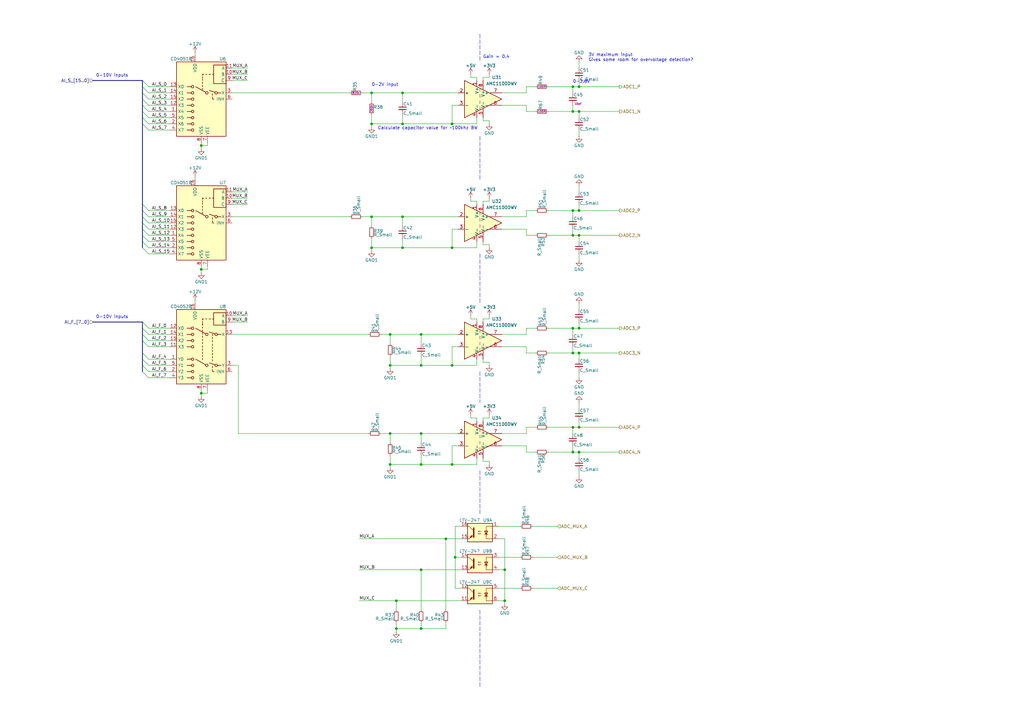
<source format=kicad_sch>
(kicad_sch (version 20211123) (generator eeschema)
  (paper "A3")
  (lib_symbols
    (symbol "Amplifier_Difference:AMC1100DWV" (pin_names (offset 0.127))
      (property "Reference" "U" (at 7.62 8.89 0))
      (property "Value" "AMC1100DWV" (at 1.27 6.35 0))
      (symbol "AMC1100DWV_1_1"
        (pin power_in line (at -2.54 7.62 270) (length 2.54) (name "V+") (number "1"))
        (pin input line (at -10.16 2.54 0) (length 2.54) (name "+") (number "2"))
        (pin input line (at -10.16 -2.54 0) (length 2.54) (name "-") (number "3"))
        (pin power_in line (at -2.54 -7.62 90) (length 2.54) (name "V-") (number "4"))
        (pin power_in line (at 0 -7.62 90) (length 3.81) (name "V-") (number "5"))
        (pin output line (at 7.62 -2.54 180) (length 5.08) (name "-") (number "6"))
        (pin output line (at 7.62 2.54 180) (length 5.08) (name "+") (number "7"))
        (pin power_in line (at 0 7.62 270) (length 3.81) (name "V+") (number "8"))
      )
    )
    (symbol "Analog_Switch:CD4051B"
      (property "Reference" "U" (at -10.16 16.51 0))
      (property "Value" "CD4051B" (at 3.81 16.51 0))
      (symbol "CD4051B_1_1"
        (pin bidirectional line (at 12.7 -5.08 180) (length 2.54) (name "X4") (number "1"))
        (pin input line (at -12.7 10.16 0) (length 2.54) (name "B") (number "10"))
        (pin input line (at -12.7 12.7 0) (length 2.54) (name "A") (number "11"))
        (pin bidirectional line (at 12.7 -2.54 180) (length 2.54) (name "X3") (number "12"))
        (pin bidirectional line (at 12.7 5.08 180) (length 2.54) (name "X0") (number "13"))
        (pin bidirectional line (at 12.7 2.54 180) (length 2.54) (name "X1") (number "14"))
        (pin bidirectional line (at 12.7 0 180) (length 2.54) (name "X2") (number "15"))
        (pin power_in line (at 2.54 17.78 270) (length 2.54) (name "VDD") (number "16"))
        (pin bidirectional line (at 12.7 -10.16 180) (length 2.54) (name "X6") (number "2"))
        (pin bidirectional line (at -12.7 2.54 0) (length 2.54) (name "X") (number "3"))
        (pin bidirectional line (at 12.7 -12.7 180) (length 2.54) (name "X7") (number "4"))
        (pin bidirectional line (at 12.7 -7.62 180) (length 2.54) (name "X5") (number "5"))
        (pin input line (at -12.7 0 0) (length 2.54) (name "INH") (number "6"))
        (pin power_in line (at -2.54 -17.78 90) (length 2.54) (name "VEE") (number "7"))
        (pin power_in line (at 0 -17.78 90) (length 2.54) (name "VSS") (number "8"))
        (pin input line (at -12.7 7.62 0) (length 2.54) (name "C") (number "9"))
      )
    )
    (symbol "Analog_Switch:CD4052B"
      (property "Reference" "U" (at -10.16 16.51 0))
      (property "Value" "CD4052B" (at 3.81 16.51 0))
      (symbol "CD4052B_1_1"
        (pin bidirectional line (at 12.7 -5.08 180) (length 2.54) (name "Y0") (number "1"))
        (pin input line (at -12.7 12.7 0) (length 2.54) (name "A") (number "10"))
        (pin bidirectional line (at 12.7 0 180) (length 2.54) (name "X3") (number "11"))
        (pin bidirectional line (at 12.7 7.62 180) (length 2.54) (name "X0") (number "12"))
        (pin bidirectional line (at -12.7 5.08 0) (length 2.54) (name "X") (number "13"))
        (pin bidirectional line (at 12.7 5.08 180) (length 2.54) (name "X1") (number "14"))
        (pin bidirectional line (at 12.7 2.54 180) (length 2.54) (name "X2") (number "15"))
        (pin power_in line (at 2.54 17.78 270) (length 2.54) (name "VDD") (number "16"))
        (pin bidirectional line (at 12.7 -10.16 180) (length 2.54) (name "Y2") (number "2"))
        (pin bidirectional line (at -12.7 -7.62 0) (length 2.54) (name "Y") (number "3"))
        (pin bidirectional line (at 12.7 -12.7 180) (length 2.54) (name "Y3") (number "4"))
        (pin bidirectional line (at 12.7 -7.62 180) (length 2.54) (name "Y1") (number "5"))
        (pin input line (at -12.7 -10.16 0) (length 2.54) (name "INH") (number "6"))
        (pin power_in line (at -2.54 -17.78 90) (length 2.54) (name "VEE") (number "7"))
        (pin power_in line (at 0 -17.78 90) (length 2.54) (name "VSS") (number "8"))
        (pin input line (at -12.7 10.16 0) (length 2.54) (name "B") (number "9"))
      )
    )
    (symbol "Device:C_Small" (pin_numbers hide) (pin_names (offset 0.254) hide)
      (property "Reference" "C" (at 0.254 1.778 0))
      (property "Value" "C_Small" (at 0.254 -2.032 0))
      (symbol "C_Small_1_1"
        (pin passive line (at 0 2.54 270) (length 2.032) (name "~") (number "1"))
        (pin passive line (at 0 -2.54 90) (length 2.032) (name "~") (number "2"))
      )
    )
    (symbol "Device:R_Small" (pin_numbers hide) (pin_names (offset 0.254) hide)
      (property "Reference" "R" (at 0.762 0.508 0))
      (property "Value" "R_Small" (at 0.762 -1.016 0))
      (symbol "R_Small_1_1"
        (pin passive line (at 0 2.54 270) (length 0.762) (name "~") (number "1"))
        (pin passive line (at 0 -2.54 90) (length 0.762) (name "~") (number "2"))
      )
    )
    (symbol "Isolator:LTV-247"
      (property "Reference" "U" (at -5.08 5.08 0))
      (property "Value" "LTV-247" (at 0 5.08 0))
      (symbol "LTV-247_1_1"
        (pin passive line (at -7.62 2.54 0) (length 2.54) (name "~") (number "1"))
        (pin passive line (at 7.62 -2.54 180) (length 2.54) (name "~") (number "15"))
        (pin passive line (at 7.62 2.54 180) (length 2.54) (name "~") (number "16"))
        (pin passive line (at -7.62 -2.54 0) (length 2.54) (name "~") (number "2"))
      )
      (symbol "LTV-247_2_1"
        (pin passive line (at 7.62 -2.54 180) (length 2.54) (name "~") (number "13"))
        (pin passive line (at 7.62 2.54 180) (length 2.54) (name "~") (number "14"))
        (pin passive line (at -7.62 2.54 0) (length 2.54) (name "~") (number "3"))
        (pin passive line (at -7.62 -2.54 0) (length 2.54) (name "~") (number "4"))
      )
      (symbol "LTV-247_3_1"
        (pin passive line (at 7.62 -2.54 180) (length 2.54) (name "~") (number "11"))
        (pin passive line (at 7.62 2.54 180) (length 2.54) (name "~") (number "12"))
        (pin passive line (at -7.62 2.54 0) (length 2.54) (name "~") (number "5"))
        (pin passive line (at -7.62 -2.54 0) (length 2.54) (name "~") (number "6"))
      )
      (symbol "LTV-247_4_1"
        (pin passive line (at 7.62 2.54 180) (length 2.54) (name "~") (number "10"))
        (pin passive line (at -7.62 2.54 0) (length 2.54) (name "~") (number "7"))
        (pin passive line (at -7.62 -2.54 0) (length 2.54) (name "~") (number "8"))
        (pin passive line (at 7.62 -2.54 180) (length 2.54) (name "~") (number "9"))
      )
    )
    (symbol "power:+12V" (power) (pin_names (offset 0))
      (property "Value" "+12V" (at 0 3.556 0))
      (symbol "+12V_1_1"
        (pin power_in line (at 0 0 90) (length 0) hide (name "+12V") (number "1"))
      )
    )
    (symbol "power:+3V3" (power) (pin_names (offset 0))
      (property "Value" "+3V3" (at 0 3.556 0))
      (symbol "+3V3_1_1"
        (pin power_in line (at 0 0 90) (length 0) hide (name "+3V3") (number "1"))
      )
    )
    (symbol "power:+5V" (power) (pin_names (offset 0))
      (property "Value" "+5V" (at 0 3.556 0))
      (symbol "+5V_1_1"
        (pin power_in line (at 0 0 90) (length 0) hide (name "+5V") (number "1"))
      )
    )
    (symbol "power:GND" (power) (pin_names (offset 0))
      (property "Value" "GND" (at 0 -3.81 0))
      (symbol "GND_1_1"
        (pin power_in line (at 0 0 270) (length 0) hide (name "GND") (number "1"))
      )
    )
    (symbol "power:GND1" (power) (pin_names (offset 0))
      (property "Value" "GND1" (at 0 -3.81 0))
      (symbol "GND1_1_1"
        (pin power_in line (at 0 0 270) (length 0) hide (name "GND1") (number "1"))
      )
    )
  )
  (junction (at 185.42 149.86))
  (junction (at 165.1 50.8))
  (junction (at 82.55 161.29))
  (junction (at 165.1 88.9))
  (junction (at 234.95 96.52))
  (junction (at 182.88 220.98))
  (junction (at 185.42 190.5))
  (junction (at 237.49 86.36))
  (junction (at 185.42 50.8))
  (junction (at 172.72 149.86))
  (junction (at 162.56 246.38))
  (junction (at 160.02 149.86))
  (junction (at 237.49 134.62))
  (junction (at 172.72 257.81))
  (junction (at 152.4 38.1))
  (junction (at 152.4 88.9))
  (junction (at 160.02 190.5))
  (junction (at 234.95 45.72))
  (junction (at 237.49 96.52))
  (junction (at 160.02 137.16))
  (junction (at 165.1 101.6))
  (junction (at 172.72 190.5))
  (junction (at 234.95 35.56))
  (junction (at 237.49 144.78))
  (junction (at 185.42 101.6))
  (junction (at 165.1 38.1))
  (junction (at 237.49 35.56))
  (junction (at 160.02 177.8))
  (junction (at 82.55 59.69))
  (junction (at 237.49 175.26))
  (junction (at 234.95 134.62))
  (junction (at 234.95 86.36))
  (junction (at 237.49 45.72))
  (junction (at 234.95 185.42))
  (junction (at 172.72 177.8))
  (junction (at 186.69 228.6))
  (junction (at 162.56 257.81))
  (junction (at 82.55 110.49))
  (junction (at 207.01 233.68))
  (junction (at 234.95 144.78))
  (junction (at 172.72 137.16))
  (junction (at 207.01 246.38))
  (junction (at 152.4 50.8))
  (junction (at 234.95 175.26))
  (junction (at 237.49 185.42))
  (junction (at 172.72 233.68))
  (junction (at 152.4 101.6))
  (bus_entry (at 58.42 132.08) (size 2.54 2.54))
  (bus_entry (at 58.42 137.16) (size 2.54 2.54))
  (bus_entry (at 58.42 38.1) (size 2.54 2.54))
  (bus_entry (at 58.42 48.26) (size 2.54 2.54))
  (bus_entry (at 58.42 35.56) (size 2.54 2.54))
  (bus_entry (at 58.42 93.98) (size 2.54 2.54))
  (bus_entry (at 58.42 149.86) (size 2.54 2.54))
  (bus_entry (at 58.42 101.6) (size 2.54 2.54))
  (bus_entry (at 58.42 96.52) (size 2.54 2.54))
  (bus_entry (at 58.42 50.8) (size 2.54 2.54))
  (bus_entry (at 58.42 40.64) (size 2.54 2.54))
  (bus_entry (at 58.42 134.62) (size 2.54 2.54))
  (bus_entry (at 58.42 91.44) (size 2.54 2.54))
  (bus_entry (at 58.42 88.9) (size 2.54 2.54))
  (bus_entry (at 58.42 99.06) (size 2.54 2.54))
  (bus_entry (at 58.42 144.78) (size 2.54 2.54))
  (bus_entry (at 58.42 43.18) (size 2.54 2.54))
  (bus_entry (at 58.42 147.32) (size 2.54 2.54))
  (bus_entry (at 58.42 33.02) (size 2.54 2.54))
  (bus_entry (at 58.42 45.72) (size 2.54 2.54))
  (bus_entry (at 58.42 139.7) (size 2.54 2.54))
  (bus_entry (at 58.42 86.36) (size 2.54 2.54))
  (bus_entry (at 58.42 83.82) (size 2.54 2.54))
  (bus_entry (at 58.42 152.4) (size 2.54 2.54))
  (wire (pts (xy 148.59 38.1) (xy 152.4 38.1)))
  (wire (pts (xy 215.9 93.98) (xy 215.9 96.52)))
  (wire (pts (xy 156.21 177.8) (xy 160.02 177.8)))
  (wire (pts (xy 237.49 45.72) (xy 254 45.72)))
  (wire (pts (xy 172.72 146.05) (xy 172.72 149.86)))
  (wire (pts (xy 237.49 86.36) (xy 254 86.36)))
  (wire (pts (xy 82.55 58.42) (xy 82.55 59.69)))
  (wire (pts (xy 172.72 186.69) (xy 172.72 190.5)))
  (wire (pts (xy 95.25 149.86) (xy 97.79 149.86)))
  (wire (pts (xy 237.49 45.72) (xy 237.49 48.26)))
  (wire (pts (xy 234.95 35.56) (xy 234.95 38.1)))
  (wire (pts (xy 200.66 148.59) (xy 200.66 149.86)))
  (wire (pts (xy 160.02 137.16) (xy 172.72 137.16)))
  (bus (pts (xy 58.42 86.36) (xy 58.42 88.9)))
  (wire (pts (xy 85.09 110.49) (xy 82.55 110.49)))
  (wire (pts (xy 234.95 144.78) (xy 237.49 144.78)))
  (wire (pts (xy 228.6 215.9) (xy 218.44 215.9)))
  (bus (pts (xy 58.42 40.64) (xy 58.42 43.18)))
  (wire (pts (xy 160.02 177.8) (xy 172.72 177.8)))
  (wire (pts (xy 95.25 78.74) (xy 101.6 78.74)))
  (wire (pts (xy 207.01 233.68) (xy 207.01 246.38)))
  (wire (pts (xy 198.12 99.06) (xy 198.12 100.33)))
  (wire (pts (xy 200.66 170.18) (xy 200.66 171.45)))
  (wire (pts (xy 162.56 246.38) (xy 162.56 250.19)))
  (wire (pts (xy 205.74 38.1) (xy 215.9 38.1)))
  (wire (pts (xy 172.72 255.27) (xy 172.72 257.81)))
  (wire (pts (xy 82.55 161.29) (xy 82.55 162.56)))
  (wire (pts (xy 198.12 189.23) (xy 200.66 189.23)))
  (wire (pts (xy 80.01 72.39) (xy 80.01 73.66)))
  (wire (pts (xy 198.12 172.72) (xy 198.12 171.45)))
  (bus (pts (xy 58.42 139.7) (xy 58.42 144.78)))
  (wire (pts (xy 60.96 99.06) (xy 69.85 99.06)))
  (wire (pts (xy 160.02 137.16) (xy 160.02 140.97)))
  (wire (pts (xy 237.49 144.78) (xy 237.49 147.32)))
  (bus (pts (xy 58.42 149.86) (xy 58.42 152.4)))
  (wire (pts (xy 213.36 215.9) (xy 204.47 215.9)))
  (wire (pts (xy 215.9 86.36) (xy 219.71 86.36)))
  (wire (pts (xy 228.6 241.3) (xy 218.44 241.3)))
  (wire (pts (xy 165.1 101.6) (xy 185.42 101.6)))
  (wire (pts (xy 95.25 27.94) (xy 101.6 27.94)))
  (wire (pts (xy 60.96 38.1) (xy 69.85 38.1)))
  (wire (pts (xy 193.04 170.18) (xy 193.04 171.45)))
  (wire (pts (xy 215.9 177.8) (xy 215.9 175.26)))
  (wire (pts (xy 237.49 165.1) (xy 237.49 167.64)))
  (wire (pts (xy 207.01 233.68) (xy 204.47 233.68)))
  (wire (pts (xy 60.96 152.4) (xy 69.85 152.4)))
  (wire (pts (xy 205.74 93.98) (xy 215.9 93.98)))
  (wire (pts (xy 215.9 38.1) (xy 215.9 35.56)))
  (bus (pts (xy 58.42 38.1) (xy 58.42 40.64)))
  (wire (pts (xy 198.12 83.82) (xy 198.12 82.55)))
  (wire (pts (xy 160.02 190.5) (xy 160.02 191.77)))
  (wire (pts (xy 198.12 147.32) (xy 198.12 148.59)))
  (wire (pts (xy 234.95 86.36) (xy 234.95 88.9)))
  (wire (pts (xy 234.95 185.42) (xy 234.95 182.88)))
  (wire (pts (xy 237.49 35.56) (xy 254 35.56)))
  (wire (pts (xy 198.12 100.33) (xy 200.66 100.33)))
  (wire (pts (xy 195.58 171.45) (xy 195.58 172.72)))
  (wire (pts (xy 205.74 177.8) (xy 215.9 177.8)))
  (wire (pts (xy 234.95 96.52) (xy 237.49 96.52)))
  (wire (pts (xy 172.72 137.16) (xy 187.96 137.16)))
  (wire (pts (xy 185.42 93.98) (xy 185.42 101.6)))
  (wire (pts (xy 215.9 175.26) (xy 219.71 175.26)))
  (wire (pts (xy 234.95 175.26) (xy 234.95 177.8)))
  (wire (pts (xy 195.58 101.6) (xy 185.42 101.6)))
  (wire (pts (xy 152.4 88.9) (xy 152.4 92.71)))
  (wire (pts (xy 187.96 142.24) (xy 185.42 142.24)))
  (wire (pts (xy 172.72 137.16) (xy 172.72 140.97)))
  (wire (pts (xy 160.02 149.86) (xy 172.72 149.86)))
  (wire (pts (xy 186.69 228.6) (xy 186.69 241.3)))
  (wire (pts (xy 205.74 43.18) (xy 215.9 43.18)))
  (bus (pts (xy 58.42 99.06) (xy 58.42 101.6)))
  (wire (pts (xy 95.25 137.16) (xy 151.13 137.16)))
  (wire (pts (xy 85.09 58.42) (xy 85.09 59.69)))
  (wire (pts (xy 198.12 187.96) (xy 198.12 189.23)))
  (wire (pts (xy 228.6 228.6) (xy 218.44 228.6)))
  (polyline (pts (xy 196.85 13.97) (xy 196.85 25.4)))
  (wire (pts (xy 152.4 97.79) (xy 152.4 101.6)))
  (wire (pts (xy 95.25 33.02) (xy 101.6 33.02)))
  (bus (pts (xy 58.42 45.72) (xy 58.42 48.26)))
  (wire (pts (xy 172.72 177.8) (xy 187.96 177.8)))
  (wire (pts (xy 60.96 50.8) (xy 69.85 50.8)))
  (wire (pts (xy 224.79 45.72) (xy 234.95 45.72)))
  (wire (pts (xy 97.79 149.86) (xy 97.79 177.8)))
  (wire (pts (xy 205.74 142.24) (xy 215.9 142.24)))
  (wire (pts (xy 152.4 38.1) (xy 165.1 38.1)))
  (wire (pts (xy 195.58 31.75) (xy 195.58 33.02)))
  (wire (pts (xy 185.42 142.24) (xy 185.42 149.86)))
  (wire (pts (xy 215.9 45.72) (xy 219.71 45.72)))
  (wire (pts (xy 60.96 154.94) (xy 69.85 154.94)))
  (wire (pts (xy 200.66 189.23) (xy 200.66 190.5)))
  (wire (pts (xy 193.04 129.54) (xy 193.04 130.81)))
  (wire (pts (xy 60.96 53.34) (xy 69.85 53.34)))
  (wire (pts (xy 200.66 81.28) (xy 200.66 82.55)))
  (bus (pts (xy 58.42 137.16) (xy 58.42 139.7)))
  (bus (pts (xy 58.42 147.32) (xy 58.42 149.86)))
  (polyline (pts (xy 196.85 55.88) (xy 196.85 73.66)))
  (wire (pts (xy 237.49 96.52) (xy 237.49 99.06)))
  (wire (pts (xy 60.96 35.56) (xy 69.85 35.56)))
  (wire (pts (xy 234.95 185.42) (xy 237.49 185.42)))
  (wire (pts (xy 97.79 177.8) (xy 151.13 177.8)))
  (wire (pts (xy 85.09 160.02) (xy 85.09 161.29)))
  (wire (pts (xy 182.88 257.81) (xy 172.72 257.81)))
  (wire (pts (xy 182.88 220.98) (xy 182.88 250.19)))
  (wire (pts (xy 148.59 88.9) (xy 152.4 88.9)))
  (wire (pts (xy 60.96 86.36) (xy 69.85 86.36)))
  (wire (pts (xy 82.55 59.69) (xy 82.55 60.96)))
  (wire (pts (xy 165.1 97.79) (xy 165.1 101.6)))
  (wire (pts (xy 237.49 144.78) (xy 254 144.78)))
  (wire (pts (xy 60.96 104.14) (xy 69.85 104.14)))
  (wire (pts (xy 165.1 88.9) (xy 165.1 92.71)))
  (wire (pts (xy 172.72 233.68) (xy 147.32 233.68)))
  (wire (pts (xy 152.4 88.9) (xy 165.1 88.9)))
  (wire (pts (xy 200.66 100.33) (xy 200.66 101.6)))
  (bus (pts (xy 58.42 48.26) (xy 58.42 50.8)))
  (wire (pts (xy 186.69 228.6) (xy 186.69 215.9)))
  (wire (pts (xy 187.96 182.88) (xy 185.42 182.88)))
  (wire (pts (xy 187.96 93.98) (xy 185.42 93.98)))
  (wire (pts (xy 165.1 38.1) (xy 165.1 41.91)))
  (wire (pts (xy 207.01 246.38) (xy 204.47 246.38)))
  (polyline (pts (xy 196.85 250.19) (xy 196.85 281.94)))
  (wire (pts (xy 205.74 137.16) (xy 215.9 137.16)))
  (wire (pts (xy 182.88 255.27) (xy 182.88 257.81)))
  (wire (pts (xy 198.12 33.02) (xy 198.12 31.75)))
  (wire (pts (xy 195.58 48.26) (xy 195.58 50.8)))
  (wire (pts (xy 237.49 152.4) (xy 237.49 154.94)))
  (wire (pts (xy 215.9 144.78) (xy 219.71 144.78)))
  (wire (pts (xy 60.96 48.26) (xy 69.85 48.26)))
  (wire (pts (xy 189.23 246.38) (xy 162.56 246.38)))
  (wire (pts (xy 195.58 147.32) (xy 195.58 149.86)))
  (wire (pts (xy 60.96 137.16) (xy 69.85 137.16)))
  (wire (pts (xy 172.72 190.5) (xy 185.42 190.5)))
  (wire (pts (xy 95.25 38.1) (xy 143.51 38.1)))
  (wire (pts (xy 213.36 228.6) (xy 204.47 228.6)))
  (wire (pts (xy 60.96 93.98) (xy 69.85 93.98)))
  (wire (pts (xy 195.58 82.55) (xy 195.58 83.82)))
  (wire (pts (xy 198.12 132.08) (xy 198.12 130.81)))
  (wire (pts (xy 189.23 233.68) (xy 172.72 233.68)))
  (wire (pts (xy 204.47 220.98) (xy 207.01 220.98)))
  (wire (pts (xy 205.74 182.88) (xy 215.9 182.88)))
  (wire (pts (xy 189.23 215.9) (xy 186.69 215.9)))
  (wire (pts (xy 195.58 149.86) (xy 185.42 149.86)))
  (wire (pts (xy 205.74 88.9) (xy 215.9 88.9)))
  (wire (pts (xy 189.23 241.3) (xy 186.69 241.3)))
  (wire (pts (xy 60.96 43.18) (xy 69.85 43.18)))
  (wire (pts (xy 60.96 149.86) (xy 69.85 149.86)))
  (wire (pts (xy 152.4 38.1) (xy 152.4 41.91)))
  (wire (pts (xy 237.49 76.2) (xy 237.49 78.74)))
  (wire (pts (xy 200.66 49.53) (xy 200.66 50.8)))
  (wire (pts (xy 193.04 81.28) (xy 193.04 82.55)))
  (wire (pts (xy 85.09 59.69) (xy 82.55 59.69)))
  (wire (pts (xy 215.9 43.18) (xy 215.9 45.72)))
  (bus (pts (xy 58.42 33.02) (xy 58.42 35.56)))
  (wire (pts (xy 172.72 149.86) (xy 185.42 149.86)))
  (wire (pts (xy 224.79 185.42) (xy 234.95 185.42)))
  (wire (pts (xy 224.79 35.56) (xy 234.95 35.56)))
  (wire (pts (xy 165.1 38.1) (xy 187.96 38.1)))
  (wire (pts (xy 95.25 81.28) (xy 101.6 81.28)))
  (wire (pts (xy 224.79 96.52) (xy 234.95 96.52)))
  (wire (pts (xy 85.09 161.29) (xy 82.55 161.29)))
  (wire (pts (xy 160.02 146.05) (xy 160.02 149.86)))
  (wire (pts (xy 200.66 129.54) (xy 200.66 130.81)))
  (wire (pts (xy 237.49 134.62) (xy 254 134.62)))
  (wire (pts (xy 82.55 110.49) (xy 82.55 111.76)))
  (wire (pts (xy 60.96 139.7) (xy 69.85 139.7)))
  (wire (pts (xy 234.95 134.62) (xy 237.49 134.62)))
  (wire (pts (xy 60.96 147.32) (xy 69.85 147.32)))
  (bus (pts (xy 58.42 134.62) (xy 58.42 137.16)))
  (wire (pts (xy 207.01 246.38) (xy 207.01 247.65)))
  (wire (pts (xy 162.56 255.27) (xy 162.56 257.81)))
  (bus (pts (xy 58.42 96.52) (xy 58.42 99.06)))
  (wire (pts (xy 237.49 53.34) (xy 237.49 55.88)))
  (wire (pts (xy 237.49 104.14) (xy 237.49 106.68)))
  (wire (pts (xy 224.79 86.36) (xy 234.95 86.36)))
  (wire (pts (xy 60.96 134.62) (xy 69.85 134.62)))
  (polyline (pts (xy 196.85 152.4) (xy 196.85 165.1)))
  (wire (pts (xy 165.1 88.9) (xy 187.96 88.9)))
  (wire (pts (xy 224.79 175.26) (xy 234.95 175.26)))
  (bus (pts (xy 58.42 144.78) (xy 58.42 147.32)))
  (wire (pts (xy 198.12 49.53) (xy 200.66 49.53)))
  (wire (pts (xy 198.12 130.81) (xy 200.66 130.81)))
  (wire (pts (xy 160.02 190.5) (xy 172.72 190.5)))
  (wire (pts (xy 215.9 142.24) (xy 215.9 144.78)))
  (wire (pts (xy 193.04 171.45) (xy 195.58 171.45)))
  (wire (pts (xy 165.1 46.99) (xy 165.1 50.8)))
  (wire (pts (xy 234.95 45.72) (xy 237.49 45.72)))
  (wire (pts (xy 234.95 45.72) (xy 234.95 43.18)))
  (wire (pts (xy 172.72 257.81) (xy 162.56 257.81)))
  (wire (pts (xy 237.49 185.42) (xy 254 185.42)))
  (wire (pts (xy 182.88 220.98) (xy 147.32 220.98)))
  (wire (pts (xy 234.95 35.56) (xy 237.49 35.56)))
  (bus (pts (xy 58.42 93.98) (xy 58.42 96.52)))
  (wire (pts (xy 95.25 132.08) (xy 101.6 132.08)))
  (wire (pts (xy 60.96 88.9) (xy 69.85 88.9)))
  (polyline (pts (xy 196.85 193.04) (xy 196.85 210.82)))
  (wire (pts (xy 237.49 83.82) (xy 237.49 86.36)))
  (wire (pts (xy 60.96 142.24) (xy 69.85 142.24)))
  (wire (pts (xy 60.96 91.44) (xy 69.85 91.44)))
  (wire (pts (xy 162.56 257.81) (xy 162.56 259.08)))
  (wire (pts (xy 200.66 30.48) (xy 200.66 31.75)))
  (wire (pts (xy 215.9 134.62) (xy 219.71 134.62)))
  (wire (pts (xy 95.25 129.54) (xy 101.6 129.54)))
  (wire (pts (xy 198.12 171.45) (xy 200.66 171.45)))
  (bus (pts (xy 38.1 33.02) (xy 58.42 33.02)))
  (wire (pts (xy 195.58 99.06) (xy 195.58 101.6)))
  (wire (pts (xy 224.79 144.78) (xy 234.95 144.78)))
  (wire (pts (xy 234.95 175.26) (xy 237.49 175.26)))
  (wire (pts (xy 215.9 35.56) (xy 219.71 35.56)))
  (wire (pts (xy 160.02 177.8) (xy 160.02 181.61)))
  (bus (pts (xy 58.42 132.08) (xy 58.42 134.62)))
  (wire (pts (xy 60.96 101.6) (xy 69.85 101.6)))
  (wire (pts (xy 215.9 182.88) (xy 215.9 185.42)))
  (wire (pts (xy 152.4 101.6) (xy 165.1 101.6)))
  (bus (pts (xy 58.42 35.56) (xy 58.42 38.1)))
  (wire (pts (xy 195.58 130.81) (xy 195.58 132.08)))
  (wire (pts (xy 234.95 144.78) (xy 234.95 142.24)))
  (bus (pts (xy 58.42 43.18) (xy 58.42 45.72)))
  (wire (pts (xy 198.12 48.26) (xy 198.12 49.53)))
  (wire (pts (xy 193.04 30.48) (xy 193.04 31.75)))
  (wire (pts (xy 193.04 130.81) (xy 195.58 130.81)))
  (wire (pts (xy 160.02 186.69) (xy 160.02 190.5)))
  (wire (pts (xy 193.04 31.75) (xy 195.58 31.75)))
  (wire (pts (xy 237.49 185.42) (xy 237.49 187.96)))
  (wire (pts (xy 85.09 109.22) (xy 85.09 110.49)))
  (wire (pts (xy 237.49 124.46) (xy 237.49 127)))
  (wire (pts (xy 215.9 88.9) (xy 215.9 86.36)))
  (wire (pts (xy 82.55 160.02) (xy 82.55 161.29)))
  (wire (pts (xy 237.49 175.26) (xy 254 175.26)))
  (wire (pts (xy 152.4 101.6) (xy 152.4 102.87)))
  (wire (pts (xy 152.4 50.8) (xy 152.4 52.07)))
  (wire (pts (xy 185.42 43.18) (xy 185.42 50.8)))
  (wire (pts (xy 237.49 172.72) (xy 237.49 175.26)))
  (wire (pts (xy 198.12 31.75) (xy 200.66 31.75)))
  (wire (pts (xy 187.96 43.18) (xy 185.42 43.18)))
  (wire (pts (xy 198.12 148.59) (xy 200.66 148.59)))
  (wire (pts (xy 189.23 220.98) (xy 182.88 220.98)))
  (wire (pts (xy 234.95 86.36) (xy 237.49 86.36)))
  (wire (pts (xy 60.96 96.52) (xy 69.85 96.52)))
  (wire (pts (xy 172.72 233.68) (xy 172.72 250.19)))
  (wire (pts (xy 160.02 149.86) (xy 160.02 151.13)))
  (wire (pts (xy 82.55 109.22) (xy 82.55 110.49)))
  (wire (pts (xy 95.25 83.82) (xy 101.6 83.82)))
  (wire (pts (xy 237.49 193.04) (xy 237.49 195.58)))
  (bus (pts (xy 38.1 132.08) (xy 58.42 132.08)))
  (wire (pts (xy 185.42 182.88) (xy 185.42 190.5)))
  (wire (pts (xy 95.25 30.48) (xy 101.6 30.48)))
  (wire (pts (xy 224.79 134.62) (xy 234.95 134.62)))
  (wire (pts (xy 234.95 96.52) (xy 234.95 93.98)))
  (bus (pts (xy 58.42 88.9) (xy 58.42 91.44)))
  (wire (pts (xy 213.36 241.3) (xy 204.47 241.3)))
  (wire (pts (xy 195.58 50.8) (xy 185.42 50.8)))
  (wire (pts (xy 189.23 228.6) (xy 186.69 228.6)))
  (wire (pts (xy 165.1 50.8) (xy 185.42 50.8)))
  (wire (pts (xy 195.58 187.96) (xy 195.58 190.5)))
  (wire (pts (xy 215.9 185.42) (xy 219.71 185.42)))
  (bus (pts (xy 58.42 83.82) (xy 58.42 86.36)))
  (wire (pts (xy 237.49 25.4) (xy 237.49 27.94)))
  (wire (pts (xy 198.12 82.55) (xy 200.66 82.55)))
  (wire (pts (xy 60.96 45.72) (xy 69.85 45.72)))
  (wire (pts (xy 237.49 96.52) (xy 254 96.52)))
  (wire (pts (xy 237.49 132.08) (xy 237.49 134.62)))
  (wire (pts (xy 207.01 220.98) (xy 207.01 233.68)))
  (wire (pts (xy 80.01 21.59) (xy 80.01 22.86)))
  (wire (pts (xy 95.25 88.9) (xy 143.51 88.9)))
  (wire (pts (xy 162.56 246.38) (xy 147.32 246.38)))
  (wire (pts (xy 80.01 123.19) (xy 80.01 124.46)))
  (wire (pts (xy 234.95 134.62) (xy 234.95 137.16)))
  (bus (pts (xy 58.42 50.8) (xy 58.42 83.82)))
  (polyline (pts (xy 196.85 104.14) (xy 196.85 124.46)))
  (wire (pts (xy 215.9 137.16) (xy 215.9 134.62)))
  (wire (pts (xy 60.96 40.64) (xy 69.85 40.64)))
  (wire (pts (xy 152.4 46.99) (xy 152.4 50.8)))
  (wire (pts (xy 195.58 190.5) (xy 185.42 190.5)))
  (wire (pts (xy 156.21 137.16) (xy 160.02 137.16)))
  (wire (pts (xy 215.9 96.52) (xy 219.71 96.52)))
  (wire (pts (xy 172.72 177.8) (xy 172.72 181.61)))
  (bus (pts (xy 58.42 91.44) (xy 58.42 93.98)))
  (wire (pts (xy 237.49 33.02) (xy 237.49 35.56)))
  (wire (pts (xy 152.4 50.8) (xy 165.1 50.8)))
  (wire (pts (xy 193.04 82.55) (xy 195.58 82.55)))
  (text "0-10V inputs" (at 39.37 130.81 0) (effects (font (size 1.27 1.27)) (justify left bottom)))
  (text "0-10V inputs" (at 39.37 31.75 0) (effects (font (size 1.27 1.27)) (justify left bottom)))
  (text "Calculate capacitor value for ~100khz BW" (at 154.94 53.34 0) (effects (font (size 1.27 1.27)) (justify left bottom)))
  (text "0-2V input" (at 152.4 35.56 0) (effects (font (size 1.27 1.27)) (justify left bottom)))
  (text "Gain = 0.4" (at 198.12 24.13 0) (effects (font (size 1.27 1.27)) (justify left bottom)))
  (text "3V maximum input\nGives some room for overvoltage detection?" (at 241.3 25.4 0) (effects (font (size 1.27 1.27)) (justify left bottom)))
  (text "0-2.8V" (at 234.95 34.29 0) (effects (font (size 1.27 1.27)) (justify left bottom)))
  (label "AI_S_7" (at 62.23 53.34 0))
  (label "AI_S_11" (at 62.23 93.98 0))
  (label "AI_F_4" (at 62.23 147.32 0))
  (label "AI_S_9" (at 62.23 88.9 0))
  (label "MUX_C" (at 147.32 246.38 0))
  (label "AI_S_4" (at 62.23 45.72 0))
  (label "MUX_B" (at 101.6 30.48 180))
  (label "AI_F_5" (at 62.23 149.86 0))
  (label "MUX_C" (at 101.6 83.82 180))
  (label "MUX_B" (at 147.32 233.68 0))
  (label "MUX_B" (at 101.6 132.08 180))
  (label "AI_F_6" (at 62.23 152.4 0))
  (label "MUX_A" (at 101.6 129.54 180))
  (label "MUX_B" (at 101.6 81.28 180))
  (label "MUX_C" (at 101.6 33.02 180))
  (label "AI_S_10" (at 62.23 91.44 0))
  (label "MUX_A" (at 147.32 220.98 0))
  (label "AI_S_1" (at 62.23 38.1 0))
  (label "AI_S_13" (at 62.23 99.06 0))
  (label "AI_F_3" (at 62.23 142.24 0))
  (label "MUX_A" (at 101.6 78.74 180))
  (label "AI_F_0" (at 62.23 134.62 0))
  (label "AI_S_14" (at 62.23 101.6 0))
  (label "AI_S_0" (at 62.23 35.56 0))
  (label "MUX_A" (at 101.6 27.94 180))
  (label "AI_F_2" (at 62.23 139.7 0))
  (label "AI_S_3" (at 62.23 43.18 0))
  (label "AI_S_15" (at 62.23 104.14 0))
  (label "AI_S_8" (at 62.23 86.36 0))
  (label "AI_F_1" (at 62.23 137.16 0))
  (label "AI_S_6" (at 62.23 50.8 0))
  (label "AI_S_2" (at 62.23 40.64 0))
  (label "AI_F_7" (at 62.23 154.94 0))
  (label "AI_S_12" (at 62.23 96.52 0))
  (label "AI_S_5" (at 62.23 48.26 0))
  (hierarchical_label "AI_F_[7..0]" (shape input) (at 38.1 132.08 180))
  (hierarchical_label "ADC4_P" (shape output) (at 254 175.26 0))
  (hierarchical_label "ADC1_N" (shape output) (at 254 45.72 0))
  (hierarchical_label "AI_S_[15..0]" (shape input) (at 38.1 33.02 180))
  (hierarchical_label "ADC4_N" (shape output) (at 254 185.42 0))
  (hierarchical_label "ADC3_N" (shape output) (at 254 144.78 0))
  (hierarchical_label "ADC3_P" (shape output) (at 254 134.62 0))
  (hierarchical_label "ADC_MUX_A" (shape input) (at 228.6 215.9 0))
  (hierarchical_label "ADC1_P" (shape output) (at 254 35.56 0))
  (hierarchical_label "ADC_MUX_B" (shape input) (at 228.6 228.6 0))
  (hierarchical_label "ADC2_N" (shape output) (at 254 96.52 0))
  (hierarchical_label "ADC_MUX_C" (shape input) (at 228.6 241.3 0))
  (hierarchical_label "ADC2_P" (shape output) (at 254 86.36 0))
  (symbol (lib_id "Device:C_Small") (at 234.95 91.44 0) (unit 1)
    (property "Reference" "C46" (at 235.204 89.662 0) (effects (justify left)))
    (property "Value" "C_Small" (at 235.204 93.472 0) (effects (justify left)))
    (property "Footprint" "Capacitor_SMD:C_0603_1608Metric" (effects hide))
  )
  (symbol (lib_id "power:GND1") (at 82.55 111.76 0) (unit 1)
    (property "Reference" "#PWR0117" (effects hide))
    (property "Value" "GND1" (at 82.55 115.57 0))
  )
  (symbol (lib_id "power:+3V3") (at 200.66 170.18 0) (unit 1)
    (property "Reference" "#PWR053" (effects hide))
    (property "Value" "+3V3" (at 200.66 166.624 0))
  )
  (symbol (lib_id "power:GND") (at 207.01 247.65 0) (unit 1)
    (property "Reference" "#PWR0125" (effects hide))
    (property "Value" "GND" (at 207.01 251.46 0))
  )
  (symbol (lib_id "power:GND") (at 200.66 190.5 0) (unit 1)
    (property "Reference" "#PWR0128" (effects hide))
    (property "Value" "GND" (at 200.66 194.31 0))
  )
  (symbol (lib_id "Device:C_Small") (at 237.49 101.6 0) (unit 1)
    (property "Reference" "C54" (at 237.744 99.822 0) (effects (justify left)))
    (property "Value" "C_Small" (at 237.744 103.632 0) (effects (justify left)))
    (property "Footprint" "Capacitor_SMD:C_0603_1608Metric" (effects hide))
  )
  (symbol (lib_id "Isolator:LTV-247") (at 196.85 231.14 0) (mirror y) (unit 2)
    (property "Reference" "U9" (at 201.93 226.06 0) (effects (justify left)))
    (property "Value" "LTV-247" (at 196.85 226.06 0) (effects (justify left)))
    (property "Footprint" "Package_SO:SOP-16_4.4x10.4mm_P1.27mm" (effects hide))
    (property "Datasheet" "http://optoelectronics.liteon.com/upload/download/DS70-2009-0014/LTV-2X7%20sereis%20Mar17.PDF" (effects hide))
  )
  (symbol (lib_id "power:GND1") (at 162.56 259.08 0) (unit 1)
    (property "Reference" "#PWR0124" (effects hide))
    (property "Value" "GND1" (at 162.56 262.89 0))
  )
  (symbol (lib_id "power:+12V") (at 80.01 72.39 0) (unit 1)
    (property "Reference" "#PWR0116" (effects hide))
    (property "Value" "+12V" (at 80.01 68.834 0))
  )
  (symbol (lib_id "power:GND1") (at 82.55 60.96 0) (unit 1)
    (property "Reference" "#PWR0115" (effects hide))
    (property "Value" "GND1" (at 82.55 64.77 0))
  )
  (symbol (lib_id "power:GND") (at 200.66 101.6 0) (unit 1)
    (property "Reference" "#PWR0114" (effects hide))
    (property "Value" "GND" (at 200.66 105.41 0))
  )
  (symbol (lib_id "Device:C_Small") (at 165.1 95.25 0) (unit 1)
    (property "Reference" "C42" (at 165.354 93.472 0) (effects (justify left)))
    (property "Value" "C_Small" (at 165.354 97.282 0) (effects (justify left)))
    (property "Footprint" "Capacitor_SMD:C_0603_1608Metric" (effects hide))
  )
  (symbol (lib_id "Analog_Switch:CD4052B") (at 82.55 142.24 0) (mirror y) (unit 1)
    (property "Reference" "U8" (at 92.71 125.73 0) (effects (justify left)))
    (property "Value" "CD4052B" (at 78.74 125.73 0) (effects (justify left)))
    (property "Footprint" "Package_SO:SO-16_5.3x10.2mm_P1.27mm" (effects hide))
    (property "Datasheet" "http://www.ti.com/lit/ds/symlink/cd4052b.pdf" (effects hide))
  )
  (symbol (lib_id "Analog_Switch:CD4051B") (at 82.55 40.64 0) (mirror y) (unit 1)
    (property "Reference" "U6" (at 92.71 24.13 0) (effects (justify left)))
    (property "Value" "CD4051B" (at 78.74 24.13 0) (effects (justify left)))
    (property "Footprint" "Package_SO:SO-16_5.3x10.2mm_P1.27mm" (effects hide))
    (property "Datasheet" "http://www.ti.com/lit/ds/symlink/cd4052b.pdf" (effects hide))
  )
  (symbol (lib_id "power:GND") (at 200.66 50.8 0) (unit 1)
    (property "Reference" "#PWR0120" (effects hide))
    (property "Value" "GND" (at 200.66 54.61 0))
  )
  (symbol (lib_id "Isolator:LTV-247") (at 196.85 243.84 0) (mirror y) (unit 3)
    (property "Reference" "U9" (at 201.93 238.76 0) (effects (justify left)))
    (property "Value" "LTV-247" (at 196.85 238.76 0) (effects (justify left)))
    (property "Footprint" "Package_SO:SOP-16_4.4x10.4mm_P1.27mm" (effects hide))
    (property "Datasheet" "http://optoelectronics.liteon.com/upload/download/DS70-2009-0014/LTV-2X7%20sereis%20Mar17.PDF" (effects hide))
  )
  (symbol (lib_id "power:GND1") (at 160.02 151.13 0) (unit 1)
    (property "Reference" "#PWR0126" (effects hide))
    (property "Value" "GND1" (at 160.02 154.94 0))
  )
  (symbol (lib_id "power:GND1") (at 152.4 52.07 0) (unit 1)
    (property "Reference" "#PWR0121" (effects hide))
    (property "Value" "GND1" (at 152.4 55.88 0))
  )
  (symbol (lib_id "Amplifier_Difference:AMC1100DWV") (at 198.12 40.64 0) (unit 1)
    (property "Reference" "U31" (at 205.74 31.75 0) (effects (justify right)))
    (property "Value" "AMC1100DWV" (at 199.39 34.29 0) (effects (justify left)))
    (property "Footprint" "Package_SO:SOIC-8_7.5x5.85mm_P1.27mm" (effects hide))
    (property "Datasheet" "http://www.ti.com/lit/ds/symlink/amc1100.pdf" (effects hide))
  )
  (symbol (lib_id "power:GND1") (at 152.4 102.87 0) (unit 1)
    (property "Reference" "#PWR0119" (effects hide))
    (property "Value" "GND1" (at 152.4 106.68 0))
  )
  (symbol (lib_id "Amplifier_Difference:AMC1100DWV") (at 198.12 91.44 0) (unit 1)
    (property "Reference" "U32" (at 205.74 82.55 0) (effects (justify right)))
    (property "Value" "AMC1100DWV" (at 199.39 85.09 0) (effects (justify left)))
    (property "Footprint" "Package_SO:SOIC-8_7.5x5.85mm_P1.27mm" (effects hide))
    (property "Datasheet" "http://www.ti.com/lit/ds/symlink/amc1100.pdf" (effects hide))
  )
  (symbol (lib_id "Device:C_Small") (at 237.49 81.28 0) (unit 1)
    (property "Reference" "C53" (at 237.744 79.502 0) (effects (justify left)))
    (property "Value" "C_Small" (at 237.744 83.312 0) (effects (justify left)))
    (property "Footprint" "Capacitor_SMD:C_0603_1608Metric" (effects hide))
  )
  (symbol (lib_id "Device:C_Small") (at 234.95 40.64 0) (unit 1)
    (property "Reference" "C45" (at 235.204 38.862 0) (effects (justify left)))
    (property "Value" "C_0603_10%_10pF" (effects hide))
    (property "Footprint" "Capacitor_SMD:C_0603_1608Metric" (effects hide))
    (property "Display Value" "10pF" (at 235.585 42.545 0) (effects (font (size 0.8 0.8)) (justify left)))
  )
  (symbol (lib_id "Device:C_Small") (at 172.72 143.51 0) (unit 1)
    (property "Reference" "C43" (at 172.974 141.732 0) (effects (justify left)))
    (property "Value" "C_Small" (at 172.974 145.542 0) (effects (justify left)))
    (property "Footprint" "Capacitor_SMD:C_0603_1608Metric" (effects hide))
  )
  (symbol (lib_id "power:+5V") (at 193.04 129.54 0) (unit 1)
    (property "Reference" "#PWR048" (effects hide))
    (property "Value" "+5V" (at 193.04 125.984 0))
  )
  (symbol (lib_id "power:GND") (at 237.49 106.68 0) (unit 1)
    (property "Reference" "#PWR057" (effects hide))
    (property "Value" "GND" (at 237.49 110.49 0))
  )
  (symbol (lib_id "Device:R_Small") (at 215.9 228.6 270) (mirror x) (unit 1)
    (property "Reference" "R47" (at 216.408 227.838 0) (effects (justify left)))
    (property "Value" "R_Small" (at 214.884 227.838 0) (effects (justify left)))
    (property "Footprint" "Resistor_SMD:R_0603_1608Metric" (effects hide))
  )
  (symbol (lib_id "power:GND1") (at 160.02 191.77 0) (unit 1)
    (property "Reference" "#PWR0123" (effects hide))
    (property "Value" "GND1" (at 160.02 195.58 0))
  )
  (symbol (lib_id "power:+5V") (at 193.04 81.28 0) (unit 1)
    (property "Reference" "#PWR047" (effects hide))
    (property "Value" "+5V" (at 193.04 77.724 0))
  )
  (symbol (lib_id "Device:R_Small") (at 215.9 215.9 270) (mirror x) (unit 1)
    (property "Reference" "R46" (at 216.408 215.138 0) (effects (justify left)))
    (property "Value" "R_Small" (at 214.884 215.138 0) (effects (justify left)))
    (property "Footprint" "Resistor_SMD:R_0603_1608Metric" (effects hide))
  )
  (symbol (lib_id "Device:C_Small") (at 165.1 44.45 0) (unit 1)
    (property "Reference" "C41" (at 165.354 42.672 0) (effects (justify left)))
    (property "Value" "C_Small" (at 165.354 46.482 0) (effects (justify left)))
    (property "Footprint" "Capacitor_SMD:C_0603_1608Metric" (effects hide))
  )
  (symbol (lib_id "power:GND") (at 237.49 165.1 180) (unit 1)
    (property "Reference" "#PWR060" (effects hide))
    (property "Value" "GND" (at 237.49 161.29 0))
  )
  (symbol (lib_id "power:+12V") (at 80.01 123.19 0) (unit 1)
    (property "Reference" "#PWR0118" (effects hide))
    (property "Value" "+12V" (at 80.01 119.634 0))
  )
  (symbol (lib_id "Device:R_Small") (at 153.67 137.16 90) (unit 1)
    (property "Reference" "R41" (at 153.162 136.398 0) (effects (justify left)))
    (property "Value" "R_Small" (at 154.686 136.398 0) (effects (justify left)))
    (property "Footprint" "Resistor_SMD:R_0603_1608Metric" (effects hide))
  )
  (symbol (lib_id "Device:R_Small") (at 222.25 175.26 90) (unit 1)
    (property "Reference" "R55" (at 221.742 174.498 0) (effects (justify left)))
    (property "Value" "R_Small" (at 223.266 174.498 0) (effects (justify left)))
    (property "Footprint" "Resistor_SMD:R_0603_1608Metric" (effects hide))
  )
  (symbol (lib_id "Device:C_Small") (at 237.49 30.48 0) (unit 1)
    (property "Reference" "C51" (at 237.744 28.702 0) (effects (justify left)))
    (property "Value" "C_Small" (at 237.744 32.512 0) (effects (justify left)))
    (property "Footprint" "Capacitor_SMD:C_0603_1608Metric" (effects hide))
  )
  (symbol (lib_id "Device:R_Small") (at 222.25 96.52 270) (unit 1)
    (property "Reference" "R52" (at 222.758 97.282 0) (effects (justify left)))
    (property "Value" "R_Small" (at 221.234 97.282 0) (effects (justify left)))
    (property "Footprint" "Resistor_SMD:R_0603_1608Metric" (effects hide))
  )
  (symbol (lib_id "Device:R_Small") (at 152.4 44.45 0) (unit 1)
    (property "Reference" "R38" (at 153.162 43.942 0) (effects (justify left)))
    (property "Value" "R_0603_1%_200k" (effects hide))
    (property "Footprint" "Resistor_SMD:R_0603_1608Metric" (effects hide))
    (property "Display Value" "200k" (at 152.4 44.45 90) (effects (font (size 0.8 0.8))))
  )
  (symbol (lib_id "Device:R_Small") (at 222.25 144.78 270) (unit 1)
    (property "Reference" "R54" (at 222.758 145.542 0) (effects (justify left)))
    (property "Value" "R_Small" (at 221.234 145.542 0) (effects (justify left)))
    (property "Footprint" "Resistor_SMD:R_0603_1608Metric" (effects hide))
  )
  (symbol (lib_id "Device:C_Small") (at 172.72 184.15 0) (unit 1)
    (property "Reference" "C44" (at 172.974 182.372 0) (effects (justify left)))
    (property "Value" "C_Small" (at 172.974 186.182 0) (effects (justify left)))
    (property "Footprint" "Capacitor_SMD:C_0603_1608Metric" (effects hide))
  )
  (symbol (lib_id "power:GND") (at 237.49 154.94 0) (unit 1)
    (property "Reference" "#PWR059" (effects hide))
    (property "Value" "GND" (at 237.49 158.75 0))
  )
  (symbol (lib_id "power:GND") (at 237.49 25.4 180) (unit 1)
    (property "Reference" "#PWR054" (effects hide))
    (property "Value" "GND" (at 237.49 21.59 0))
  )
  (symbol (lib_id "Device:R_Small") (at 222.25 134.62 90) (unit 1)
    (property "Reference" "R53" (at 221.742 133.858 0) (effects (justify left)))
    (property "Value" "R_Small" (at 223.266 133.858 0) (effects (justify left)))
    (property "Footprint" "Resistor_SMD:R_0603_1608Metric" (effects hide))
  )
  (symbol (lib_id "power:GND") (at 200.66 149.86 0) (unit 1)
    (property "Reference" "#PWR0127" (effects hide))
    (property "Value" "GND" (at 200.66 153.67 0))
  )
  (symbol (lib_id "power:GND") (at 237.49 76.2 180) (unit 1)
    (property "Reference" "#PWR056" (effects hide))
    (property "Value" "GND" (at 237.49 72.39 0))
  )
  (symbol (lib_id "Device:R_Small") (at 160.02 143.51 0) (unit 1)
    (property "Reference" "R44" (at 160.782 143.002 0) (effects (justify left)))
    (property "Value" "R_Small" (at 160.782 144.526 0) (effects (justify left)))
    (property "Footprint" "Resistor_SMD:R_0603_1608Metric" (effects hide))
  )
  (symbol (lib_id "power:+3V3") (at 200.66 129.54 0) (unit 1)
    (property "Reference" "#PWR052" (effects hide))
    (property "Value" "+3V3" (at 200.66 125.984 0))
  )
  (symbol (lib_id "Device:C_Small") (at 237.49 50.8 0) (unit 1)
    (property "Reference" "C52" (at 237.744 49.022 0) (effects (justify left)))
    (property "Value" "C_Small" (at 237.744 52.832 0) (effects (justify left)))
    (property "Footprint" "Capacitor_SMD:C_0603_1608Metric" (effects hide))
  )
  (symbol (lib_id "Device:R_Small") (at 153.67 177.8 90) (unit 1)
    (property "Reference" "R42" (at 153.162 177.038 0) (effects (justify left)))
    (property "Value" "R_Small" (at 154.686 177.038 0) (effects (justify left)))
    (property "Footprint" "Resistor_SMD:R_0603_1608Metric" (effects hide))
  )
  (symbol (lib_id "power:GND1") (at 82.55 162.56 0) (unit 1)
    (property "Reference" "#PWR0122" (effects hide))
    (property "Value" "GND1" (at 82.55 166.37 0))
  )
  (symbol (lib_id "Device:R_Small") (at 222.25 86.36 90) (unit 1)
    (property "Reference" "R51" (at 221.742 85.598 0) (effects (justify left)))
    (property "Value" "R_Small" (at 223.266 85.598 0) (effects (justify left)))
    (property "Footprint" "Resistor_SMD:R_0603_1608Metric" (effects hide))
  )
  (symbol (lib_id "Device:R_Small") (at 215.9 241.3 270) (mirror x) (unit 1)
    (property "Reference" "R48" (at 216.408 240.538 0) (effects (justify left)))
    (property "Value" "R_Small" (at 214.884 240.538 0) (effects (justify left)))
    (property "Footprint" "Resistor_SMD:R_0603_1608Metric" (effects hide))
  )
  (symbol (lib_id "Device:C_Small") (at 234.95 180.34 0) (unit 1)
    (property "Reference" "C48" (at 235.204 178.562 0) (effects (justify left)))
    (property "Value" "C_Small" (at 235.204 182.372 0) (effects (justify left)))
    (property "Footprint" "Capacitor_SMD:C_0603_1608Metric" (effects hide))
  )
  (symbol (lib_id "Device:R_Small") (at 152.4 95.25 0) (unit 1)
    (property "Reference" "R39" (at 153.162 94.742 0) (effects (justify left)))
    (property "Value" "R_Small" (at 153.162 96.266 0) (effects (justify left)))
    (property "Footprint" "Resistor_SMD:R_0603_1608Metric" (effects hide))
  )
  (symbol (lib_id "power:+3V3") (at 200.66 30.48 0) (unit 1)
    (property "Reference" "#PWR050" (effects hide))
    (property "Value" "+3V3" (at 200.66 26.924 0))
  )
  (symbol (lib_id "Device:R_Small") (at 182.88 252.73 0) (mirror y) (unit 1)
    (property "Reference" "R43" (at 182.118 252.222 0) (effects (justify left)))
    (property "Value" "R_Small" (at 182.118 253.746 0) (effects (justify left)))
    (property "Footprint" "Resistor_SMD:R_0603_1608Metric" (effects hide))
  )
  (symbol (lib_id "Device:R_Small") (at 222.25 45.72 90) (unit 1)
    (property "Reference" "R67" (at 221.742 44.958 0) (effects (justify left)))
    (property "Value" "R_0603_1%_100R" (effects hide))
    (property "Footprint" "Resistor_SMD:R_0603_1608Metric" (effects hide))
    (property "Display Value" "100R" (at 222.25 45.72 90) (effects (font (size 0.8 0.8))))
  )
  (symbol (lib_id "Device:R_Small") (at 222.25 35.56 90) (unit 1)
    (property "Reference" "R49" (at 221.742 34.798 0) (effects (justify left)))
    (property "Value" "R_0603_1%_100R" (effects hide))
    (property "Footprint" "Resistor_SMD:R_0603_1608Metric" (effects hide))
    (property "Display Value" "100R" (at 222.25 35.56 90) (effects (font (size 0.8 0.8))))
  )
  (symbol (lib_id "Device:C_Small") (at 237.49 129.54 0) (unit 1)
    (property "Reference" "C55" (at 237.744 127.762 0) (effects (justify left)))
    (property "Value" "C_Small" (at 237.744 131.572 0) (effects (justify left)))
    (property "Footprint" "Capacitor_SMD:C_0603_1608Metric" (effects hide))
  )
  (symbol (lib_id "power:+12V") (at 80.01 21.59 0) (unit 1)
    (property "Reference" "#PWR0113" (effects hide))
    (property "Value" "+12V" (at 80.01 18.034 0))
  )
  (symbol (lib_id "Device:C_Small") (at 234.95 139.7 0) (unit 1)
    (property "Reference" "C47" (at 235.204 137.922 0) (effects (justify left)))
    (property "Value" "C_Small" (at 235.204 141.732 0) (effects (justify left)))
    (property "Footprint" "Capacitor_SMD:C_0603_1608Metric" (effects hide))
  )
  (symbol (lib_id "power:GND") (at 237.49 195.58 0) (unit 1)
    (property "Reference" "#PWR061" (effects hide))
    (property "Value" "GND" (at 237.49 199.39 0))
  )
  (symbol (lib_id "Device:R_Small") (at 222.25 185.42 270) (unit 1)
    (property "Reference" "R56" (at 222.758 186.182 0) (effects (justify left)))
    (property "Value" "R_Small" (at 221.234 186.182 0) (effects (justify left)))
    (property "Footprint" "Resistor_SMD:R_0603_1608Metric" (effects hide))
  )
  (symbol (lib_id "Analog_Switch:CD4051B") (at 82.55 91.44 0) (mirror y) (unit 1)
    (property "Reference" "U7" (at 92.71 74.93 0) (effects (justify left)))
    (property "Value" "CD4051B" (at 78.74 74.93 0) (effects (justify left)))
    (property "Footprint" "Package_SO:SO-16_5.3x10.2mm_P1.27mm" (effects hide))
    (property "Datasheet" "http://www.ti.com/lit/ds/symlink/cd4052b.pdf" (effects hide))
  )
  (symbol (lib_id "power:+5V") (at 193.04 170.18 0) (unit 1)
    (property "Reference" "#PWR049" (effects hide))
    (property "Value" "+5V" (at 193.04 166.624 0))
  )
  (symbol (lib_id "power:+5V") (at 193.04 30.48 0) (unit 1)
    (property "Reference" "#PWR046" (effects hide))
    (property "Value" "+5V" (at 193.04 26.924 0))
  )
  (symbol (lib_id "Isolator:LTV-247") (at 196.85 218.44 0) (mirror y) (unit 1)
    (property "Reference" "U9" (at 201.93 213.36 0) (effects (justify left)))
    (property "Value" "LTV-247" (at 196.85 213.36 0) (effects (justify left)))
    (property "Footprint" "Package_SO:SOP-16_4.4x10.4mm_P1.27mm" (effects hide))
    (property "Datasheet" "http://optoelectronics.liteon.com/upload/download/DS70-2009-0014/LTV-2X7%20sereis%20Mar17.PDF" (effects hide))
  )
  (symbol (lib_id "Device:R_Small") (at 172.72 252.73 0) (mirror y) (unit 1)
    (property "Reference" "R40" (at 171.958 252.222 0) (effects (justify left)))
    (property "Value" "R_Small" (at 171.958 253.746 0) (effects (justify left)))
    (property "Footprint" "Resistor_SMD:R_0603_1608Metric" (effects hide))
  )
  (symbol (lib_id "Device:R_Small") (at 160.02 184.15 0) (unit 1)
    (property "Reference" "R45" (at 160.782 183.642 0) (effects (justify left)))
    (property "Value" "R_Small" (at 160.782 185.166 0) (effects (justify left)))
    (property "Footprint" "Resistor_SMD:R_0603_1608Metric" (effects hide))
  )
  (symbol (lib_id "Device:R_Small") (at 162.56 252.73 0) (mirror y) (unit 1)
    (property "Reference" "R37" (at 161.798 252.222 0) (effects (justify left)))
    (property "Value" "R_Small" (at 161.798 253.746 0) (effects (justify left)))
    (property "Footprint" "Resistor_SMD:R_0603_1608Metric" (effects hide))
  )
  (symbol (lib_id "Device:R_Small") (at 146.05 88.9 90) (unit 1)
    (property "Reference" "R36" (at 145.542 88.138 0) (effects (justify left)))
    (property "Value" "R_Small" (at 147.066 88.138 0) (effects (justify left)))
    (property "Footprint" "Resistor_SMD:R_0603_1608Metric" (effects hide))
  )
  (symbol (lib_id "Device:C_Small") (at 237.49 190.5 0) (unit 1)
    (property "Reference" "C58" (at 237.744 188.722 0) (effects (justify left)))
    (property "Value" "C_Small" (at 237.744 192.532 0) (effects (justify left)))
    (property "Footprint" "Capacitor_SMD:C_0603_1608Metric" (effects hide))
  )
  (symbol (lib_id "Device:R_Small") (at 146.05 38.1 90) (unit 1)
    (property "Reference" "R35" (at 145.542 37.338 0) (effects (justify left)))
    (property "Value" "R_0603_1%_820k" (effects hide))
    (property "Footprint" "Resistor_SMD:R_0603_1608Metric" (effects hide))
    (property "Display Value" "820k" (at 146.05 38.1 90) (effects (font (size 0.8 0.8))))
  )
  (symbol (lib_id "Amplifier_Difference:AMC1100DWV") (at 198.12 180.34 0) (unit 1)
    (property "Reference" "U34" (at 205.74 171.45 0) (effects (justify right)))
    (property "Value" "AMC1100DWV" (at 199.39 173.99 0) (effects (justify left)))
    (property "Footprint" "Package_SO:SOIC-8_7.5x5.85mm_P1.27mm" (effects hide))
    (property "Datasheet" "http://www.ti.com/lit/ds/symlink/amc1100.pdf" (effects hide))
  )
  (symbol (lib_id "power:GND") (at 237.49 55.88 0) (unit 1)
    (property "Reference" "#PWR055" (effects hide))
    (property "Value" "GND" (at 237.49 59.69 0))
  )
  (symbol (lib_id "power:+3V3") (at 200.66 81.28 0) (unit 1)
    (property "Reference" "#PWR051" (effects hide))
    (property "Value" "+3V3" (at 200.66 77.724 0))
  )
  (symbol (lib_id "Device:C_Small") (at 237.49 149.86 0) (unit 1)
    (property "Reference" "C56" (at 237.744 148.082 0) (effects (justify left)))
    (property "Value" "C_Small" (at 237.744 151.892 0) (effects (justify left)))
    (property "Footprint" "Capacitor_SMD:C_0603_1608Metric" (effects hide))
  )
  (symbol (lib_id "Device:C_Small") (at 237.49 170.18 0) (unit 1)
    (property "Reference" "C57" (at 237.744 168.402 0) (effects (justify left)))
    (property "Value" "C_Small" (at 237.744 172.212 0) (effects (justify left)))
    (property "Footprint" "Capacitor_SMD:C_0603_1608Metric" (effects hide))
  )
  (symbol (lib_id "Amplifier_Difference:AMC1100DWV") (at 198.12 139.7 0) (unit 1)
    (property "Reference" "U33" (at 205.74 130.81 0) (effects (justify right)))
    (property "Value" "AMC1100DWV" (at 199.39 133.35 0) (effects (justify left)))
    (property "Footprint" "Package_SO:SOIC-8_7.5x5.85mm_P1.27mm" (effects hide))
    (property "Datasheet" "http://www.ti.com/lit/ds/symlink/amc1100.pdf" (effects hide))
  )
  (symbol (lib_id "power:GND") (at 237.49 124.46 180) (unit 1)
    (property "Reference" "#PWR058" (effects hide))
    (property "Value" "GND" (at 237.49 120.65 0))
  )
)
</source>
